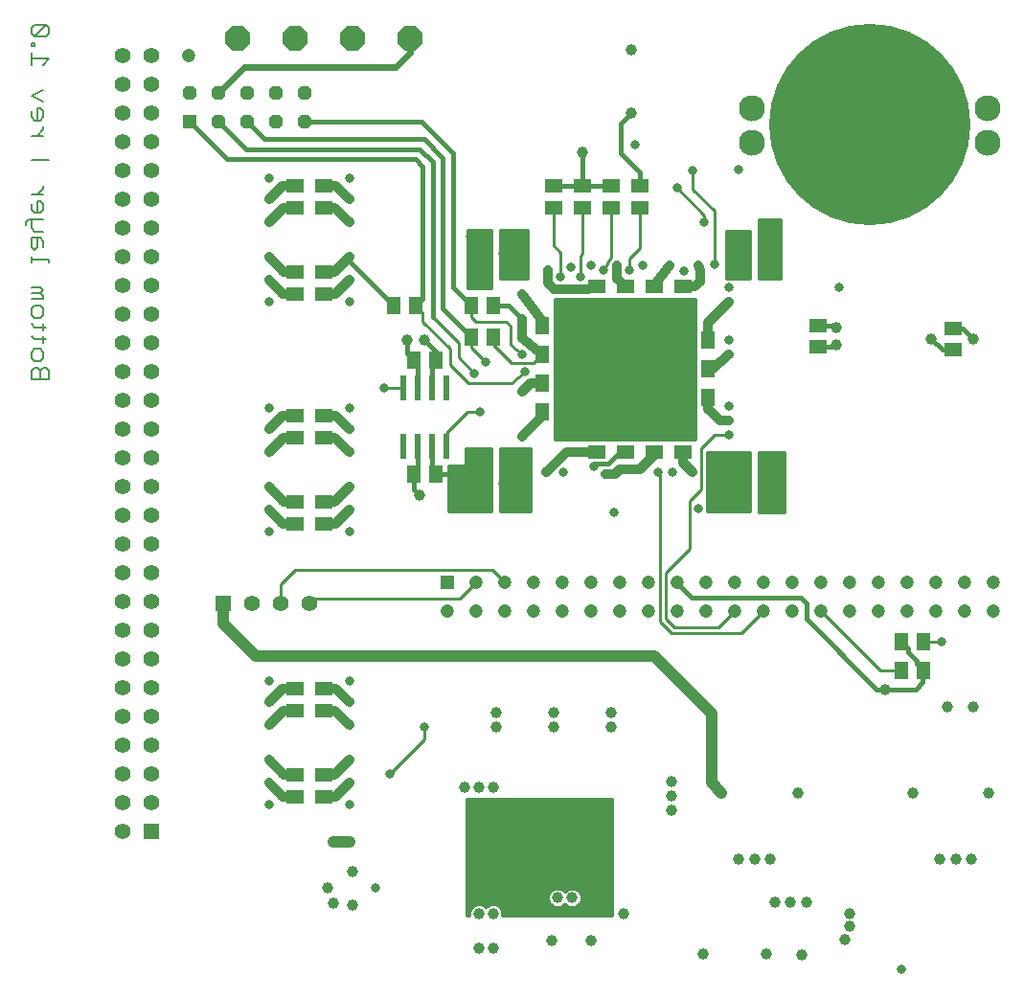
<source format=gbl>
G75*
%MOIN*%
%OFA0B0*%
%FSLAX25Y25*%
%IPPOS*%
%LPD*%
%AMOC8*
5,1,8,0,0,1.08239X$1,22.5*
%
%ADD10C,0.00800*%
%ADD11C,0.09055*%
%ADD12R,0.39370X0.39370*%
%ADD13C,0.70079*%
%ADD14R,0.05906X0.05118*%
%ADD15R,0.05118X0.05906*%
%ADD16R,0.05537X0.05537*%
%ADD17C,0.05537*%
%ADD18C,0.03175*%
%ADD19C,0.16598*%
%ADD20R,0.02362X0.08661*%
%ADD21R,0.04750X0.04750*%
%ADD22C,0.04750*%
%ADD23OC8,0.04750*%
%ADD24OC8,0.08500*%
%ADD25C,0.03962*%
%ADD26C,0.03200*%
%ADD27C,0.01000*%
%ADD28C,0.01600*%
%ADD29C,0.04000*%
%ADD30C,0.02400*%
D10*
X0013400Y0226400D02*
X0013400Y0229503D01*
X0014434Y0230537D01*
X0015468Y0230537D01*
X0016503Y0229503D01*
X0016503Y0226400D01*
X0019605Y0226400D02*
X0019605Y0229503D01*
X0018571Y0230537D01*
X0017537Y0230537D01*
X0016503Y0229503D01*
X0016503Y0232845D02*
X0014434Y0232845D01*
X0013400Y0233880D01*
X0013400Y0235948D01*
X0014434Y0236982D01*
X0016503Y0236982D01*
X0017537Y0235948D01*
X0017537Y0233880D01*
X0016503Y0232845D01*
X0017537Y0239291D02*
X0017537Y0241359D01*
X0018571Y0240325D02*
X0014434Y0240325D01*
X0013400Y0241359D01*
X0014434Y0244622D02*
X0013400Y0245656D01*
X0014434Y0244622D02*
X0018571Y0244622D01*
X0017537Y0243588D02*
X0017537Y0245656D01*
X0016503Y0247885D02*
X0014434Y0247885D01*
X0013400Y0248919D01*
X0013400Y0250988D01*
X0014434Y0252022D01*
X0016503Y0252022D01*
X0017537Y0250988D01*
X0017537Y0248919D01*
X0016503Y0247885D01*
X0017537Y0254330D02*
X0013400Y0254330D01*
X0013400Y0256399D02*
X0016503Y0256399D01*
X0017537Y0257433D01*
X0016503Y0258467D01*
X0013400Y0258467D01*
X0016503Y0256399D02*
X0017537Y0255365D01*
X0017537Y0254330D01*
X0019605Y0267221D02*
X0019605Y0268256D01*
X0013400Y0268256D01*
X0013400Y0269290D02*
X0013400Y0267221D01*
X0014434Y0271518D02*
X0013400Y0272553D01*
X0013400Y0275655D01*
X0016503Y0275655D01*
X0017537Y0274621D01*
X0017537Y0272553D01*
X0015468Y0272553D02*
X0015468Y0275655D01*
X0014434Y0277964D02*
X0013400Y0278998D01*
X0013400Y0282101D01*
X0012366Y0282101D02*
X0011332Y0281067D01*
X0011332Y0280032D01*
X0012366Y0282101D02*
X0017537Y0282101D01*
X0016503Y0284409D02*
X0017537Y0285444D01*
X0017537Y0287512D01*
X0016503Y0288546D01*
X0015468Y0288546D01*
X0015468Y0284409D01*
X0014434Y0284409D02*
X0016503Y0284409D01*
X0014434Y0284409D02*
X0013400Y0285444D01*
X0013400Y0287512D01*
X0013400Y0290855D02*
X0017537Y0290855D01*
X0017537Y0292923D02*
X0017537Y0293958D01*
X0017537Y0292923D02*
X0015468Y0290855D01*
X0013400Y0302672D02*
X0019605Y0302672D01*
X0017537Y0311266D02*
X0013400Y0311266D01*
X0015468Y0311266D02*
X0017537Y0313334D01*
X0017537Y0314368D01*
X0016503Y0316637D02*
X0017537Y0317671D01*
X0017537Y0319740D01*
X0016503Y0320774D01*
X0015468Y0320774D01*
X0015468Y0316637D01*
X0014434Y0316637D02*
X0016503Y0316637D01*
X0014434Y0316637D02*
X0013400Y0317671D01*
X0013400Y0319740D01*
X0017537Y0323082D02*
X0013400Y0325151D01*
X0017537Y0327219D01*
X0017537Y0335973D02*
X0019605Y0338042D01*
X0013400Y0338042D01*
X0013400Y0340110D02*
X0013400Y0335973D01*
X0013400Y0342419D02*
X0013400Y0343453D01*
X0014434Y0343453D01*
X0014434Y0342419D01*
X0013400Y0342419D01*
X0014434Y0345642D02*
X0013400Y0346676D01*
X0013400Y0348744D01*
X0014434Y0349779D01*
X0018571Y0349779D01*
X0014434Y0345642D01*
X0018571Y0345642D01*
X0019605Y0346676D01*
X0019605Y0348744D01*
X0018571Y0349779D01*
X0017537Y0277964D02*
X0014434Y0277964D01*
X0015468Y0272553D02*
X0014434Y0271518D01*
X0013400Y0226400D02*
X0019605Y0226400D01*
D11*
X0264055Y0308701D03*
X0264055Y0320906D03*
X0345945Y0320906D03*
X0345945Y0308701D03*
D12*
X0305000Y0315000D03*
D13*
X0305000Y0315000D03*
D14*
X0225000Y0293740D03*
X0225000Y0286260D03*
X0215000Y0286260D03*
X0205000Y0286260D03*
X0205000Y0293740D03*
X0215000Y0293740D03*
X0195000Y0293740D03*
X0195000Y0286260D03*
X0210000Y0258740D03*
X0220000Y0258740D03*
X0230000Y0258740D03*
X0230000Y0251260D03*
X0220000Y0251260D03*
X0210000Y0251260D03*
X0240000Y0251260D03*
X0240000Y0258740D03*
X0287044Y0245154D03*
X0287044Y0237674D03*
X0334127Y0236674D03*
X0334127Y0244154D03*
X0240000Y0208740D03*
X0240000Y0201260D03*
X0230000Y0201260D03*
X0220000Y0201260D03*
X0210000Y0201260D03*
X0210000Y0208740D03*
X0220000Y0208740D03*
X0230000Y0208740D03*
X0115000Y0206260D03*
X0105000Y0206260D03*
X0105000Y0213740D03*
X0115000Y0213740D03*
X0115000Y0183740D03*
X0105000Y0183740D03*
X0105000Y0176260D03*
X0115000Y0176260D03*
X0115000Y0118740D03*
X0105000Y0118740D03*
X0105000Y0111260D03*
X0115000Y0111260D03*
X0115000Y0088740D03*
X0105000Y0088740D03*
X0105000Y0081260D03*
X0115000Y0081260D03*
X0115000Y0256260D03*
X0105000Y0256260D03*
X0105000Y0263740D03*
X0115000Y0263740D03*
X0115000Y0286260D03*
X0105000Y0286260D03*
X0105000Y0293740D03*
X0115000Y0293740D03*
D15*
X0171260Y0275000D03*
X0178740Y0275000D03*
X0178740Y0265000D03*
X0171260Y0265000D03*
X0173990Y0252000D03*
X0166510Y0252000D03*
X0166510Y0241000D03*
X0173990Y0241000D03*
X0191260Y0245000D03*
X0198740Y0245000D03*
X0198740Y0235000D03*
X0191260Y0235000D03*
X0191260Y0225000D03*
X0198740Y0225000D03*
X0198740Y0215000D03*
X0191260Y0215000D03*
X0178740Y0195000D03*
X0171260Y0195000D03*
X0171260Y0185000D03*
X0178740Y0185000D03*
X0153990Y0193500D03*
X0146510Y0193500D03*
X0146510Y0233000D03*
X0153990Y0233000D03*
X0146990Y0252000D03*
X0139510Y0252000D03*
X0241260Y0240000D03*
X0248740Y0240000D03*
X0248740Y0230000D03*
X0241260Y0230000D03*
X0241260Y0220000D03*
X0248740Y0220000D03*
X0261260Y0195000D03*
X0268740Y0195000D03*
X0268740Y0185000D03*
X0261260Y0185000D03*
X0316260Y0135000D03*
X0323740Y0135000D03*
X0323740Y0125000D03*
X0316260Y0125000D03*
X0268740Y0265000D03*
X0261260Y0265000D03*
X0261260Y0275000D03*
X0268740Y0275000D03*
D16*
X0080000Y0148500D03*
X0055000Y0069173D03*
D17*
X0045000Y0069173D03*
X0045000Y0079173D03*
X0055000Y0079173D03*
X0055000Y0089173D03*
X0045000Y0089173D03*
X0045000Y0099173D03*
X0055000Y0099173D03*
X0055000Y0109173D03*
X0045000Y0109173D03*
X0045000Y0119173D03*
X0055000Y0119173D03*
X0055000Y0129173D03*
X0045000Y0129173D03*
X0045000Y0139173D03*
X0055000Y0139173D03*
X0055000Y0149173D03*
X0045000Y0149173D03*
X0045000Y0159173D03*
X0055000Y0159173D03*
X0055000Y0169173D03*
X0045000Y0169173D03*
X0045000Y0179173D03*
X0055000Y0179173D03*
X0055000Y0189173D03*
X0045000Y0189173D03*
X0045000Y0199173D03*
X0055000Y0199173D03*
X0055000Y0209173D03*
X0045000Y0209173D03*
X0045000Y0219173D03*
X0055000Y0219173D03*
X0055000Y0229173D03*
X0045000Y0229173D03*
X0045000Y0239173D03*
X0055000Y0239173D03*
X0055000Y0249173D03*
X0045000Y0249173D03*
X0045000Y0259173D03*
X0055000Y0259173D03*
X0055000Y0269173D03*
X0045000Y0269173D03*
X0045000Y0279173D03*
X0055000Y0279173D03*
X0055000Y0289173D03*
X0045000Y0289173D03*
X0045000Y0299173D03*
X0055000Y0299173D03*
X0055000Y0309173D03*
X0045000Y0309173D03*
X0045000Y0319173D03*
X0055000Y0319173D03*
X0055000Y0329173D03*
X0045000Y0329173D03*
X0045000Y0339173D03*
X0055000Y0339173D03*
X0090000Y0148500D03*
X0100000Y0148500D03*
X0110000Y0148500D03*
D18*
X0096000Y0173500D03*
X0096000Y0181000D03*
X0096000Y0189000D03*
X0096000Y0201000D03*
X0096000Y0209000D03*
X0096000Y0216500D03*
X0124000Y0216500D03*
X0124000Y0209000D03*
X0124000Y0201000D03*
X0124000Y0189000D03*
X0124000Y0181000D03*
X0124000Y0173500D03*
X0160000Y0190000D03*
X0165500Y0185000D03*
X0177500Y0190000D03*
X0185000Y0196500D03*
X0184500Y0201000D03*
X0184000Y0206500D03*
X0169500Y0215000D03*
X0184000Y0222000D03*
X0185000Y0229000D03*
X0184000Y0235000D03*
X0171500Y0232500D03*
X0167500Y0228500D03*
X0136000Y0223500D03*
X0165500Y0195000D03*
X0185500Y0182000D03*
X0192500Y0194000D03*
X0198500Y0194000D03*
X0209000Y0196000D03*
X0213000Y0193500D03*
X0216000Y0180000D03*
X0231500Y0194000D03*
X0236500Y0194000D03*
X0243500Y0194000D03*
X0250000Y0194000D03*
X0256000Y0199500D03*
X0256000Y0207000D03*
X0256000Y0212000D03*
X0256000Y0217291D03*
X0230000Y0220000D03*
X0210000Y0220000D03*
X0210000Y0240000D03*
X0230000Y0240000D03*
X0256000Y0240000D03*
X0256000Y0235000D03*
X0256000Y0253500D03*
X0256000Y0258500D03*
X0256500Y0263500D03*
X0251000Y0266500D03*
X0245500Y0266000D03*
X0240500Y0264000D03*
X0235500Y0266000D03*
X0226000Y0266000D03*
X0221500Y0264500D03*
X0217000Y0266000D03*
X0212500Y0264500D03*
X0208000Y0266000D03*
X0204500Y0262000D03*
X0201000Y0265500D03*
X0197500Y0262000D03*
X0193000Y0264500D03*
X0184500Y0267000D03*
X0184000Y0263000D03*
X0184000Y0256000D03*
X0184000Y0247500D03*
X0170000Y0259500D03*
X0172000Y0270000D03*
X0166500Y0270000D03*
X0166000Y0276000D03*
X0177500Y0270000D03*
X0181500Y0270000D03*
X0124000Y0269000D03*
X0124000Y0261000D03*
X0124000Y0253500D03*
X0096000Y0253500D03*
X0096000Y0261000D03*
X0096000Y0269000D03*
X0096000Y0281000D03*
X0096000Y0289000D03*
X0096000Y0296500D03*
X0124000Y0296500D03*
X0124000Y0289000D03*
X0124000Y0281000D03*
X0223500Y0308000D03*
X0243500Y0299000D03*
X0238000Y0293000D03*
X0247500Y0281000D03*
X0257500Y0270000D03*
X0262500Y0270000D03*
X0268000Y0270000D03*
X0272500Y0270000D03*
X0272500Y0280500D03*
X0259500Y0299500D03*
X0282500Y0301000D03*
X0328000Y0300500D03*
X0324500Y0333000D03*
X0285500Y0333000D03*
X0294500Y0258500D03*
X0269500Y0190000D03*
X0274000Y0182500D03*
X0253500Y0181500D03*
X0245500Y0181500D03*
X0330000Y0135000D03*
X0197000Y0060000D03*
X0193500Y0060000D03*
X0190000Y0060000D03*
X0186500Y0060000D03*
X0183000Y0060000D03*
X0133000Y0049500D03*
X0124000Y0078500D03*
X0124000Y0086000D03*
X0124000Y0094000D03*
X0138000Y0089000D03*
X0150000Y0105500D03*
X0124000Y0106000D03*
X0124000Y0114000D03*
X0124000Y0121500D03*
X0096000Y0121500D03*
X0096000Y0114000D03*
X0096000Y0106000D03*
X0096000Y0094000D03*
X0096000Y0086000D03*
X0096000Y0078500D03*
X0316000Y0021000D03*
D19*
X0220000Y0230000D03*
D20*
X0157750Y0223486D03*
X0152750Y0223486D03*
X0147750Y0223486D03*
X0142750Y0223486D03*
X0142750Y0203014D03*
X0147750Y0203014D03*
X0152750Y0203014D03*
X0157750Y0203014D03*
D21*
X0157953Y0155669D03*
X0068500Y0316000D03*
D22*
X0068000Y0339000D03*
X0167953Y0155669D03*
X0177953Y0155669D03*
X0187953Y0155669D03*
X0197953Y0155669D03*
X0207953Y0155669D03*
X0217953Y0155669D03*
X0227953Y0155669D03*
X0237953Y0155669D03*
X0247953Y0155669D03*
X0257953Y0155669D03*
X0267953Y0155669D03*
X0277953Y0155669D03*
X0287953Y0155669D03*
X0297953Y0155669D03*
X0307953Y0155669D03*
X0317953Y0155669D03*
X0327953Y0155669D03*
X0337953Y0155669D03*
X0347953Y0155669D03*
X0347953Y0145669D03*
X0337953Y0145669D03*
X0327953Y0145669D03*
X0317953Y0145669D03*
X0307953Y0145669D03*
X0297953Y0145669D03*
X0287953Y0145669D03*
X0277953Y0145669D03*
X0267953Y0145669D03*
X0257953Y0145669D03*
X0247953Y0145669D03*
X0237953Y0145669D03*
X0227953Y0145669D03*
X0217953Y0145669D03*
X0207953Y0145669D03*
X0197953Y0145669D03*
X0187953Y0145669D03*
X0177953Y0145669D03*
X0167953Y0145669D03*
X0157953Y0145669D03*
D23*
X0108500Y0316000D03*
X0108500Y0326000D03*
X0098500Y0326000D03*
X0088500Y0326000D03*
X0088500Y0316000D03*
X0098500Y0316000D03*
X0078500Y0316000D03*
X0078500Y0326000D03*
X0068500Y0326000D03*
D24*
X0085000Y0345000D03*
X0105000Y0345000D03*
X0125000Y0345000D03*
X0145000Y0345000D03*
D25*
X0118500Y0044000D03*
X0116500Y0049500D03*
X0125000Y0055000D03*
X0124000Y0065500D03*
X0118500Y0065500D03*
X0125000Y0043500D03*
X0169000Y0040500D03*
X0174000Y0040500D03*
X0194500Y0031000D03*
X0208000Y0031000D03*
X0219500Y0040500D03*
X0201500Y0046000D03*
X0196500Y0046000D03*
X0174000Y0028500D03*
X0169000Y0028500D03*
X0247000Y0026500D03*
X0269000Y0026500D03*
X0281500Y0026000D03*
X0296500Y0031500D03*
X0298000Y0036000D03*
X0298000Y0040500D03*
X0283000Y0044500D03*
X0277500Y0044500D03*
X0272000Y0044500D03*
X0270500Y0059500D03*
X0265000Y0059500D03*
X0259500Y0059500D03*
X0236000Y0076500D03*
X0236000Y0081500D03*
X0236000Y0086500D03*
X0253500Y0082500D03*
X0280000Y0082500D03*
X0320000Y0082500D03*
X0346500Y0082500D03*
X0340500Y0059500D03*
X0335000Y0059500D03*
X0329500Y0059500D03*
X0332000Y0112500D03*
X0341000Y0112500D03*
X0310500Y0118500D03*
X0215000Y0110500D03*
X0215000Y0105500D03*
X0195000Y0105500D03*
X0195000Y0110500D03*
X0175000Y0110500D03*
X0175000Y0105500D03*
X0174000Y0084500D03*
X0169000Y0084500D03*
X0164000Y0084500D03*
X0148500Y0186000D03*
X0150000Y0240000D03*
X0144000Y0240000D03*
X0205000Y0305500D03*
X0222000Y0319000D03*
X0222000Y0341000D03*
X0293500Y0244500D03*
X0293500Y0238500D03*
X0326500Y0240500D03*
X0341000Y0240500D03*
D26*
X0256000Y0235000D02*
X0250500Y0230000D01*
X0248740Y0220000D02*
X0248740Y0216260D01*
X0253000Y0212000D01*
X0256000Y0212000D01*
X0240000Y0201260D02*
X0240000Y0197500D01*
X0243500Y0194000D01*
X0230000Y0200000D02*
X0225000Y0195000D01*
X0218000Y0195000D01*
X0216500Y0193500D01*
X0213000Y0193500D01*
X0210000Y0201260D02*
X0199760Y0201260D01*
X0192500Y0194000D01*
X0184000Y0206500D02*
X0191260Y0213760D01*
X0184000Y0222000D02*
X0187000Y0225000D01*
X0191260Y0225000D01*
X0191260Y0235000D02*
X0184000Y0240760D01*
X0184000Y0247500D01*
X0191260Y0246740D02*
X0184000Y0256000D01*
X0193000Y0260000D02*
X0193000Y0264500D01*
X0193000Y0260000D02*
X0195260Y0257740D01*
X0207260Y0257740D01*
X0210000Y0258740D01*
X0217000Y0261500D02*
X0217000Y0266000D01*
X0217000Y0261500D02*
X0220000Y0258740D01*
X0230000Y0259000D02*
X0235500Y0266000D01*
X0240000Y0258740D02*
X0244240Y0258740D01*
X0246000Y0260500D01*
X0246000Y0264500D01*
X0245500Y0266000D01*
X0256000Y0253500D02*
X0248740Y0246240D01*
X0248740Y0240000D01*
X0124000Y0261000D02*
X0119260Y0256260D01*
X0115000Y0256260D01*
X0105000Y0256260D02*
X0100740Y0256260D01*
X0096000Y0261000D01*
X0101260Y0263740D02*
X0096000Y0269000D01*
X0101260Y0263740D02*
X0105000Y0263740D01*
X0115000Y0263740D02*
X0118740Y0263740D01*
X0124000Y0269000D01*
X0124000Y0281000D02*
X0118740Y0286260D01*
X0115000Y0286260D01*
X0105000Y0286260D02*
X0101260Y0286260D01*
X0096000Y0281000D01*
X0096000Y0289000D02*
X0100740Y0293740D01*
X0105000Y0293740D01*
X0115000Y0293740D02*
X0119260Y0293740D01*
X0124000Y0289000D01*
X0119260Y0213740D02*
X0115000Y0213740D01*
X0119260Y0213740D02*
X0124000Y0209000D01*
X0118740Y0206260D02*
X0124000Y0201000D01*
X0118740Y0206260D02*
X0115000Y0206260D01*
X0105000Y0206260D02*
X0101260Y0206260D01*
X0096000Y0201000D01*
X0096000Y0209000D02*
X0100740Y0213740D01*
X0105000Y0213740D01*
X0096000Y0189000D02*
X0101260Y0183740D01*
X0105000Y0183740D01*
X0100740Y0176260D02*
X0096000Y0181000D01*
X0100740Y0176260D02*
X0105000Y0176260D01*
X0115000Y0176260D02*
X0119260Y0176260D01*
X0124000Y0181000D01*
X0118740Y0183740D02*
X0124000Y0189000D01*
X0118740Y0183740D02*
X0115000Y0183740D01*
X0115000Y0118740D02*
X0119260Y0118740D01*
X0124000Y0114000D01*
X0118740Y0111260D02*
X0124000Y0106000D01*
X0118740Y0111260D02*
X0115000Y0111260D01*
X0105000Y0111260D02*
X0101260Y0111260D01*
X0096000Y0106000D01*
X0096000Y0114000D02*
X0100740Y0118740D01*
X0105000Y0118740D01*
X0096000Y0094000D02*
X0101260Y0088740D01*
X0105000Y0088740D01*
X0100740Y0081260D02*
X0096000Y0086000D01*
X0100740Y0081260D02*
X0105000Y0081260D01*
X0115000Y0081260D02*
X0119260Y0081260D01*
X0124000Y0086000D01*
X0118740Y0088740D02*
X0124000Y0094000D01*
X0118740Y0088740D02*
X0115000Y0088740D01*
D27*
X0138000Y0089000D02*
X0150000Y0101000D01*
X0150000Y0105500D01*
X0160000Y0150000D02*
X0111500Y0150000D01*
X0110000Y0148500D01*
X0100000Y0148500D02*
X0100000Y0155000D01*
X0105000Y0160000D01*
X0173622Y0160000D01*
X0177953Y0155669D01*
X0167953Y0155669D02*
X0162283Y0150000D01*
X0160000Y0150000D01*
X0158500Y0180500D02*
X0173500Y0180500D01*
X0173500Y0202500D01*
X0164500Y0202500D01*
X0164500Y0196500D01*
X0158500Y0196500D01*
X0158500Y0180500D01*
X0158500Y0180738D02*
X0173500Y0180738D01*
X0173500Y0181737D02*
X0158500Y0181737D01*
X0158500Y0182735D02*
X0173500Y0182735D01*
X0173500Y0183734D02*
X0158500Y0183734D01*
X0158500Y0184732D02*
X0173500Y0184732D01*
X0173500Y0185731D02*
X0158500Y0185731D01*
X0158500Y0186729D02*
X0173500Y0186729D01*
X0173500Y0187728D02*
X0158500Y0187728D01*
X0158500Y0188726D02*
X0173500Y0188726D01*
X0173500Y0189725D02*
X0158500Y0189725D01*
X0158500Y0190723D02*
X0173500Y0190723D01*
X0173500Y0191722D02*
X0158500Y0191722D01*
X0158500Y0192720D02*
X0173500Y0192720D01*
X0173500Y0193719D02*
X0158500Y0193719D01*
X0158500Y0194717D02*
X0173500Y0194717D01*
X0173500Y0195716D02*
X0158500Y0195716D01*
X0164500Y0196714D02*
X0173500Y0196714D01*
X0173500Y0197713D02*
X0164500Y0197713D01*
X0164500Y0198711D02*
X0173500Y0198711D01*
X0173500Y0199710D02*
X0164500Y0199710D01*
X0164500Y0200708D02*
X0173500Y0200708D01*
X0173500Y0201707D02*
X0164500Y0201707D01*
X0157750Y0203014D02*
X0157750Y0207750D01*
X0165000Y0215000D01*
X0169500Y0215000D01*
X0165500Y0225000D02*
X0180500Y0225000D01*
X0185000Y0229000D01*
X0188260Y0232000D02*
X0180500Y0232000D01*
X0173990Y0238510D01*
X0173990Y0241000D01*
X0180000Y0238500D02*
X0180000Y0245000D01*
X0178500Y0246500D01*
X0168000Y0246500D01*
X0166510Y0247990D01*
X0166510Y0252000D01*
X0165000Y0258000D02*
X0173500Y0258000D01*
X0173500Y0278500D01*
X0165000Y0278500D01*
X0165000Y0258000D01*
X0165000Y0258622D02*
X0173500Y0258622D01*
X0173500Y0259620D02*
X0165000Y0259620D01*
X0165000Y0260619D02*
X0173500Y0260619D01*
X0173500Y0261617D02*
X0165000Y0261617D01*
X0165000Y0262616D02*
X0173500Y0262616D01*
X0173500Y0263614D02*
X0165000Y0263614D01*
X0165000Y0264613D02*
X0173500Y0264613D01*
X0173500Y0265611D02*
X0165000Y0265611D01*
X0165000Y0266610D02*
X0173500Y0266610D01*
X0173500Y0267608D02*
X0165000Y0267608D01*
X0165000Y0268607D02*
X0173500Y0268607D01*
X0173500Y0269605D02*
X0165000Y0269605D01*
X0165000Y0270604D02*
X0173500Y0270604D01*
X0173500Y0271603D02*
X0165000Y0271603D01*
X0165000Y0272601D02*
X0173500Y0272601D01*
X0173500Y0273600D02*
X0165000Y0273600D01*
X0165000Y0274598D02*
X0173500Y0274598D01*
X0173500Y0275597D02*
X0165000Y0275597D01*
X0165000Y0276595D02*
X0173500Y0276595D01*
X0173500Y0277594D02*
X0165000Y0277594D01*
X0176500Y0277594D02*
X0186000Y0277594D01*
X0186000Y0278500D02*
X0186000Y0261500D01*
X0176500Y0261500D01*
X0176500Y0278500D01*
X0186000Y0278500D01*
X0186000Y0276595D02*
X0176500Y0276595D01*
X0176500Y0275597D02*
X0186000Y0275597D01*
X0186000Y0274598D02*
X0176500Y0274598D01*
X0176500Y0273600D02*
X0186000Y0273600D01*
X0186000Y0272601D02*
X0176500Y0272601D01*
X0176500Y0271603D02*
X0186000Y0271603D01*
X0186000Y0270604D02*
X0176500Y0270604D01*
X0176500Y0269605D02*
X0186000Y0269605D01*
X0186000Y0268607D02*
X0176500Y0268607D01*
X0176500Y0267608D02*
X0186000Y0267608D01*
X0186000Y0266610D02*
X0176500Y0266610D01*
X0176500Y0265611D02*
X0186000Y0265611D01*
X0186000Y0264613D02*
X0176500Y0264613D01*
X0176500Y0263614D02*
X0186000Y0263614D01*
X0186000Y0262616D02*
X0176500Y0262616D01*
X0176500Y0261617D02*
X0186000Y0261617D01*
X0197500Y0262000D02*
X0197500Y0270500D01*
X0195000Y0273000D01*
X0195000Y0286260D01*
X0205000Y0286260D02*
X0205000Y0270000D01*
X0204500Y0269500D01*
X0204500Y0264000D01*
X0204500Y0262000D01*
X0212500Y0264500D02*
X0215000Y0269000D01*
X0215000Y0286260D01*
X0225000Y0286260D02*
X0225000Y0272000D01*
X0221500Y0268500D01*
X0221500Y0264500D01*
X0244500Y0254500D02*
X0195500Y0254500D01*
X0195500Y0205500D01*
X0244500Y0205500D01*
X0244500Y0254500D01*
X0244500Y0253629D02*
X0195500Y0253629D01*
X0195500Y0252631D02*
X0244500Y0252631D01*
X0244500Y0251632D02*
X0195500Y0251632D01*
X0195500Y0250634D02*
X0244500Y0250634D01*
X0244500Y0249635D02*
X0195500Y0249635D01*
X0195500Y0248637D02*
X0244500Y0248637D01*
X0244500Y0247638D02*
X0195500Y0247638D01*
X0195500Y0246640D02*
X0244500Y0246640D01*
X0244500Y0245641D02*
X0195500Y0245641D01*
X0195500Y0244643D02*
X0244500Y0244643D01*
X0244500Y0243644D02*
X0195500Y0243644D01*
X0195500Y0242646D02*
X0244500Y0242646D01*
X0244500Y0241647D02*
X0195500Y0241647D01*
X0195500Y0240649D02*
X0244500Y0240649D01*
X0244500Y0239650D02*
X0195500Y0239650D01*
X0195500Y0238652D02*
X0244500Y0238652D01*
X0244500Y0237653D02*
X0195500Y0237653D01*
X0195500Y0236655D02*
X0244500Y0236655D01*
X0244500Y0235656D02*
X0195500Y0235656D01*
X0195500Y0234658D02*
X0244500Y0234658D01*
X0244500Y0233659D02*
X0195500Y0233659D01*
X0195500Y0232661D02*
X0244500Y0232661D01*
X0244500Y0231662D02*
X0195500Y0231662D01*
X0195500Y0230664D02*
X0244500Y0230664D01*
X0244500Y0229665D02*
X0195500Y0229665D01*
X0195500Y0228667D02*
X0244500Y0228667D01*
X0244500Y0227668D02*
X0195500Y0227668D01*
X0195500Y0226670D02*
X0244500Y0226670D01*
X0244500Y0225671D02*
X0195500Y0225671D01*
X0195500Y0224672D02*
X0244500Y0224672D01*
X0244500Y0223674D02*
X0195500Y0223674D01*
X0195500Y0222675D02*
X0244500Y0222675D01*
X0244500Y0221677D02*
X0195500Y0221677D01*
X0195500Y0220678D02*
X0244500Y0220678D01*
X0244500Y0219680D02*
X0195500Y0219680D01*
X0195500Y0218681D02*
X0244500Y0218681D01*
X0244500Y0217683D02*
X0195500Y0217683D01*
X0195500Y0216684D02*
X0244500Y0216684D01*
X0244500Y0215686D02*
X0195500Y0215686D01*
X0195500Y0214687D02*
X0244500Y0214687D01*
X0244500Y0213689D02*
X0195500Y0213689D01*
X0195500Y0212690D02*
X0244500Y0212690D01*
X0244500Y0211692D02*
X0195500Y0211692D01*
X0195500Y0210693D02*
X0244500Y0210693D01*
X0244500Y0209695D02*
X0195500Y0209695D01*
X0195500Y0208696D02*
X0244500Y0208696D01*
X0244500Y0207698D02*
X0195500Y0207698D01*
X0195500Y0206699D02*
X0244500Y0206699D01*
X0244500Y0205701D02*
X0195500Y0205701D01*
X0187000Y0202500D02*
X0187000Y0180500D01*
X0176500Y0180500D01*
X0176500Y0202500D01*
X0187000Y0202500D01*
X0187000Y0201707D02*
X0176500Y0201707D01*
X0176500Y0200708D02*
X0187000Y0200708D01*
X0187000Y0199710D02*
X0176500Y0199710D01*
X0176500Y0198711D02*
X0187000Y0198711D01*
X0187000Y0197713D02*
X0176500Y0197713D01*
X0176500Y0196714D02*
X0187000Y0196714D01*
X0187000Y0195716D02*
X0176500Y0195716D01*
X0176500Y0194717D02*
X0187000Y0194717D01*
X0187000Y0193719D02*
X0176500Y0193719D01*
X0176500Y0192720D02*
X0187000Y0192720D01*
X0187000Y0191722D02*
X0176500Y0191722D01*
X0176500Y0190723D02*
X0187000Y0190723D01*
X0187000Y0189725D02*
X0176500Y0189725D01*
X0176500Y0188726D02*
X0187000Y0188726D01*
X0187000Y0187728D02*
X0176500Y0187728D01*
X0176500Y0186729D02*
X0187000Y0186729D01*
X0187000Y0185731D02*
X0176500Y0185731D01*
X0176500Y0184732D02*
X0187000Y0184732D01*
X0187000Y0183734D02*
X0176500Y0183734D01*
X0176500Y0182735D02*
X0187000Y0182735D01*
X0187000Y0181737D02*
X0176500Y0181737D01*
X0176500Y0180738D02*
X0187000Y0180738D01*
X0231500Y0194000D02*
X0232000Y0193500D01*
X0232000Y0142000D01*
X0236000Y0138000D01*
X0260283Y0138000D01*
X0267953Y0145669D01*
X0257953Y0145669D02*
X0252283Y0140000D01*
X0237000Y0140000D01*
X0234000Y0143000D01*
X0234000Y0159000D01*
X0242500Y0167500D01*
X0242500Y0184000D01*
X0246500Y0188000D01*
X0246500Y0202500D01*
X0251000Y0207000D01*
X0256000Y0207000D01*
X0248500Y0201000D02*
X0263500Y0201000D01*
X0263500Y0180500D01*
X0248500Y0180500D01*
X0248500Y0201000D01*
X0248500Y0200708D02*
X0263500Y0200708D01*
X0263500Y0199710D02*
X0248500Y0199710D01*
X0248500Y0198711D02*
X0263500Y0198711D01*
X0263500Y0197713D02*
X0248500Y0197713D01*
X0248500Y0196714D02*
X0263500Y0196714D01*
X0263500Y0195716D02*
X0248500Y0195716D01*
X0248500Y0194717D02*
X0263500Y0194717D01*
X0263500Y0193719D02*
X0248500Y0193719D01*
X0248500Y0192720D02*
X0263500Y0192720D01*
X0263500Y0191722D02*
X0248500Y0191722D01*
X0248500Y0190723D02*
X0263500Y0190723D01*
X0263500Y0189725D02*
X0248500Y0189725D01*
X0248500Y0188726D02*
X0263500Y0188726D01*
X0263500Y0187728D02*
X0248500Y0187728D01*
X0248500Y0186729D02*
X0263500Y0186729D01*
X0263500Y0185731D02*
X0248500Y0185731D01*
X0248500Y0184732D02*
X0263500Y0184732D01*
X0263500Y0183734D02*
X0248500Y0183734D01*
X0248500Y0182735D02*
X0263500Y0182735D01*
X0263500Y0181737D02*
X0248500Y0181737D01*
X0248500Y0180738D02*
X0263500Y0180738D01*
X0266500Y0180738D02*
X0275500Y0180738D01*
X0275500Y0180000D02*
X0266500Y0180000D01*
X0266500Y0201000D01*
X0275500Y0201000D01*
X0275500Y0180000D01*
X0275500Y0181737D02*
X0266500Y0181737D01*
X0266500Y0182735D02*
X0275500Y0182735D01*
X0275500Y0183734D02*
X0266500Y0183734D01*
X0266500Y0184732D02*
X0275500Y0184732D01*
X0275500Y0185731D02*
X0266500Y0185731D01*
X0266500Y0186729D02*
X0275500Y0186729D01*
X0275500Y0187728D02*
X0266500Y0187728D01*
X0266500Y0188726D02*
X0275500Y0188726D01*
X0275500Y0189725D02*
X0266500Y0189725D01*
X0266500Y0190723D02*
X0275500Y0190723D01*
X0275500Y0191722D02*
X0266500Y0191722D01*
X0266500Y0192720D02*
X0275500Y0192720D01*
X0275500Y0193719D02*
X0266500Y0193719D01*
X0266500Y0194717D02*
X0275500Y0194717D01*
X0275500Y0195716D02*
X0266500Y0195716D01*
X0266500Y0196714D02*
X0275500Y0196714D01*
X0275500Y0197713D02*
X0266500Y0197713D01*
X0266500Y0198711D02*
X0275500Y0198711D01*
X0275500Y0199710D02*
X0266500Y0199710D01*
X0266500Y0200708D02*
X0275500Y0200708D01*
X0191260Y0235000D02*
X0188260Y0232000D01*
X0184000Y0235000D02*
X0180000Y0238500D01*
X0171500Y0232500D02*
X0166510Y0237490D01*
X0166510Y0241000D01*
X0162000Y0239000D02*
X0162000Y0234000D01*
X0167500Y0228500D01*
X0165500Y0225000D02*
X0159000Y0231500D01*
X0159000Y0237000D01*
X0149500Y0246500D01*
X0149500Y0249500D01*
X0147000Y0252000D01*
X0153000Y0248000D02*
X0162000Y0239000D01*
X0142750Y0223486D02*
X0137014Y0223486D01*
X0136000Y0223500D01*
X0247500Y0281000D02*
X0247500Y0283500D01*
X0238000Y0293000D01*
X0243500Y0292500D02*
X0251000Y0285000D01*
X0251000Y0266500D01*
X0255000Y0266610D02*
X0263500Y0266610D01*
X0263500Y0267608D02*
X0255000Y0267608D01*
X0255000Y0268607D02*
X0263500Y0268607D01*
X0263500Y0269605D02*
X0255000Y0269605D01*
X0255000Y0270604D02*
X0263500Y0270604D01*
X0263500Y0271603D02*
X0255000Y0271603D01*
X0255000Y0272601D02*
X0263500Y0272601D01*
X0263500Y0273600D02*
X0255000Y0273600D01*
X0255000Y0274598D02*
X0263500Y0274598D01*
X0263500Y0275597D02*
X0255000Y0275597D01*
X0255000Y0276595D02*
X0263500Y0276595D01*
X0263500Y0277594D02*
X0255000Y0277594D01*
X0255000Y0278000D02*
X0263500Y0278000D01*
X0263500Y0261500D01*
X0255000Y0261500D01*
X0255000Y0278000D01*
X0266500Y0277594D02*
X0274000Y0277594D01*
X0274000Y0278592D02*
X0266500Y0278592D01*
X0266500Y0279591D02*
X0274000Y0279591D01*
X0274000Y0280589D02*
X0266500Y0280589D01*
X0266500Y0281588D02*
X0274000Y0281588D01*
X0274000Y0282000D02*
X0274000Y0261500D01*
X0266500Y0261500D01*
X0266500Y0282000D01*
X0274000Y0282000D01*
X0274000Y0276595D02*
X0266500Y0276595D01*
X0266500Y0275597D02*
X0274000Y0275597D01*
X0274000Y0274598D02*
X0266500Y0274598D01*
X0266500Y0273600D02*
X0274000Y0273600D01*
X0274000Y0272601D02*
X0266500Y0272601D01*
X0266500Y0271603D02*
X0274000Y0271603D01*
X0274000Y0270604D02*
X0266500Y0270604D01*
X0266500Y0269605D02*
X0274000Y0269605D01*
X0274000Y0268607D02*
X0266500Y0268607D01*
X0266500Y0267608D02*
X0274000Y0267608D01*
X0274000Y0266610D02*
X0266500Y0266610D01*
X0266500Y0265611D02*
X0274000Y0265611D01*
X0274000Y0264613D02*
X0266500Y0264613D01*
X0266500Y0263614D02*
X0274000Y0263614D01*
X0274000Y0262616D02*
X0266500Y0262616D01*
X0266500Y0261617D02*
X0274000Y0261617D01*
X0263500Y0261617D02*
X0255000Y0261617D01*
X0255000Y0262616D02*
X0263500Y0262616D01*
X0263500Y0263614D02*
X0255000Y0263614D01*
X0255000Y0264613D02*
X0263500Y0264613D01*
X0263500Y0265611D02*
X0255000Y0265611D01*
X0243500Y0292500D02*
X0243500Y0299000D01*
X0287953Y0145669D02*
X0308622Y0125000D01*
X0316260Y0125000D01*
X0323740Y0135000D02*
X0330000Y0135000D01*
D28*
X0321500Y0128500D02*
X0321500Y0127500D01*
X0323740Y0125260D01*
X0323740Y0125000D01*
X0323500Y0124760D01*
X0323500Y0121000D01*
X0321000Y0118500D01*
X0317240Y0118500D01*
X0310500Y0118500D01*
X0307500Y0118500D01*
X0283000Y0143000D01*
X0283000Y0148500D01*
X0281000Y0150500D01*
X0243000Y0150500D01*
X0237953Y0155547D01*
X0237953Y0155669D01*
X0310500Y0119240D02*
X0310500Y0118500D01*
X0321500Y0128500D02*
X0318500Y0131500D01*
X0318500Y0132760D01*
X0316260Y0135000D01*
X0215000Y0080000D02*
X0165000Y0080000D01*
X0165000Y0040000D01*
X0165419Y0040000D01*
X0165419Y0041212D01*
X0165964Y0042529D01*
X0166971Y0043536D01*
X0168288Y0044081D01*
X0169712Y0044081D01*
X0171029Y0043536D01*
X0171500Y0043064D01*
X0171971Y0043536D01*
X0173288Y0044081D01*
X0174712Y0044081D01*
X0176029Y0043536D01*
X0177036Y0042529D01*
X0177581Y0041212D01*
X0177581Y0040000D01*
X0215000Y0040000D01*
X0215000Y0080000D01*
X0215000Y0078532D02*
X0165000Y0078532D01*
X0165000Y0076933D02*
X0215000Y0076933D01*
X0215000Y0075334D02*
X0165000Y0075334D01*
X0165000Y0073736D02*
X0215000Y0073736D01*
X0215000Y0072137D02*
X0165000Y0072137D01*
X0165000Y0070539D02*
X0215000Y0070539D01*
X0215000Y0068940D02*
X0165000Y0068940D01*
X0165000Y0067342D02*
X0215000Y0067342D01*
X0215000Y0065743D02*
X0165000Y0065743D01*
X0165000Y0064145D02*
X0215000Y0064145D01*
X0215000Y0062546D02*
X0165000Y0062546D01*
X0165000Y0060948D02*
X0215000Y0060948D01*
X0215000Y0059349D02*
X0165000Y0059349D01*
X0165000Y0057751D02*
X0215000Y0057751D01*
X0215000Y0056152D02*
X0165000Y0056152D01*
X0165000Y0054554D02*
X0215000Y0054554D01*
X0215000Y0052955D02*
X0165000Y0052955D01*
X0165000Y0051357D02*
X0215000Y0051357D01*
X0215000Y0049758D02*
X0165000Y0049758D01*
X0165000Y0048160D02*
X0193595Y0048160D01*
X0193464Y0048029D02*
X0192919Y0046712D01*
X0192919Y0045288D01*
X0193464Y0043971D01*
X0194471Y0042964D01*
X0195788Y0042419D01*
X0197212Y0042419D01*
X0198529Y0042964D01*
X0199000Y0043436D01*
X0199471Y0042964D01*
X0200788Y0042419D01*
X0202212Y0042419D01*
X0203529Y0042964D01*
X0204536Y0043971D01*
X0205081Y0045288D01*
X0205081Y0046712D01*
X0204536Y0048029D01*
X0203529Y0049036D01*
X0202212Y0049581D01*
X0200788Y0049581D01*
X0199471Y0049036D01*
X0199000Y0048564D01*
X0198529Y0049036D01*
X0197212Y0049581D01*
X0195788Y0049581D01*
X0194471Y0049036D01*
X0193464Y0048029D01*
X0192919Y0046561D02*
X0165000Y0046561D01*
X0165000Y0044963D02*
X0193053Y0044963D01*
X0194071Y0043364D02*
X0176200Y0043364D01*
X0177352Y0041766D02*
X0215000Y0041766D01*
X0215000Y0043364D02*
X0203929Y0043364D01*
X0204947Y0044963D02*
X0215000Y0044963D01*
X0215000Y0046561D02*
X0205081Y0046561D01*
X0204405Y0048160D02*
X0215000Y0048160D01*
X0199071Y0043364D02*
X0198929Y0043364D01*
X0215000Y0040167D02*
X0177581Y0040167D01*
X0171800Y0043364D02*
X0171200Y0043364D01*
X0166800Y0043364D02*
X0165000Y0043364D01*
X0165000Y0041766D02*
X0165648Y0041766D01*
X0165419Y0040167D02*
X0165000Y0040167D01*
X0148500Y0186000D02*
X0146510Y0187990D01*
X0146510Y0193500D01*
X0147750Y0194740D01*
X0147750Y0203014D01*
X0152750Y0203014D02*
X0152750Y0194740D01*
X0153990Y0193500D01*
X0166000Y0193500D01*
X0166500Y0194000D01*
X0153990Y0193500D02*
X0152750Y0194740D01*
X0191260Y0213760D02*
X0191260Y0215000D01*
X0214000Y0197000D02*
X0218260Y0201260D01*
X0220000Y0201260D01*
X0214000Y0197000D02*
X0209000Y0197000D01*
X0209000Y0196000D01*
X0230000Y0200000D02*
X0230000Y0201260D01*
X0248740Y0230000D02*
X0250500Y0230000D01*
X0287044Y0237674D02*
X0292674Y0237674D01*
X0293500Y0238500D01*
X0293500Y0244500D02*
X0292846Y0245154D01*
X0287044Y0245154D01*
X0326500Y0240500D02*
X0330326Y0236674D01*
X0334127Y0236674D01*
X0341000Y0240500D02*
X0337346Y0244154D01*
X0334127Y0244154D01*
X0291000Y0301000D02*
X0282500Y0301000D01*
X0291000Y0301000D02*
X0305000Y0315000D01*
X0225000Y0298500D02*
X0225000Y0293740D01*
X0225000Y0298500D02*
X0218500Y0305000D01*
X0218500Y0315500D01*
X0222000Y0319000D01*
X0205000Y0305500D02*
X0205000Y0295000D01*
X0205000Y0293740D01*
X0215000Y0293740D01*
X0205000Y0293740D02*
X0195000Y0293740D01*
X0160000Y0305000D02*
X0160000Y0258510D01*
X0166510Y0252000D01*
X0173990Y0252000D02*
X0179500Y0252000D01*
X0184000Y0247500D01*
X0191260Y0246740D02*
X0191260Y0245000D01*
X0166510Y0241000D02*
X0156500Y0251010D01*
X0156500Y0303500D01*
X0150000Y0310000D01*
X0094500Y0310000D01*
X0090000Y0314500D01*
X0088500Y0316000D01*
X0079500Y0315000D02*
X0088000Y0306500D01*
X0148500Y0306500D01*
X0153000Y0302000D01*
X0153000Y0248000D01*
X0147000Y0252000D02*
X0146990Y0252000D01*
X0149500Y0254510D01*
X0149500Y0300500D01*
X0147000Y0303000D01*
X0081500Y0303000D01*
X0071500Y0313000D01*
X0068500Y0316000D01*
X0078500Y0316000D02*
X0079500Y0315000D01*
X0108500Y0316000D02*
X0149000Y0316000D01*
X0160000Y0305000D01*
X0124000Y0269000D02*
X0124000Y0267510D01*
X0139510Y0252000D01*
X0144000Y0240000D02*
X0144000Y0235510D01*
X0146510Y0233000D01*
X0147750Y0231760D01*
X0147750Y0223486D01*
X0152750Y0223486D02*
X0152750Y0231760D01*
X0153990Y0233000D01*
X0153990Y0236010D01*
X0150000Y0240000D01*
X0153990Y0233000D02*
X0152750Y0231760D01*
X0230000Y0258740D02*
X0230000Y0259000D01*
D29*
X0080000Y0148500D02*
X0080000Y0141500D01*
X0083000Y0138500D01*
X0091500Y0130000D01*
X0230000Y0130000D01*
X0250000Y0110000D01*
X0250000Y0086000D01*
X0253500Y0082500D01*
X0124000Y0065500D02*
X0118500Y0065500D01*
D30*
X0078500Y0326000D02*
X0087500Y0335000D01*
X0140000Y0335000D01*
X0145000Y0340000D01*
X0145000Y0345000D01*
M02*

</source>
